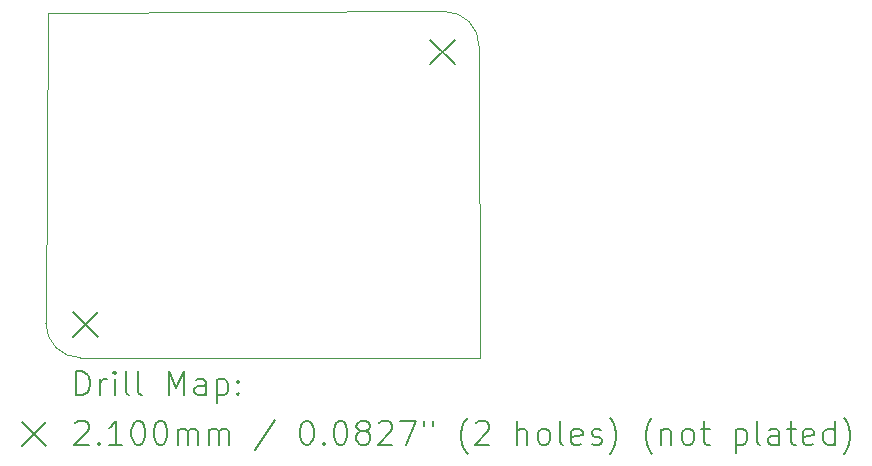
<source format=gbr>
%TF.GenerationSoftware,KiCad,Pcbnew,9.0.2*%
%TF.CreationDate,2025-07-25T22:05:17+05:30*%
%TF.ProjectId,mcu,6d63752e-6b69-4636-9164-5f7063625858,rev?*%
%TF.SameCoordinates,Original*%
%TF.FileFunction,Drillmap*%
%TF.FilePolarity,Positive*%
%FSLAX45Y45*%
G04 Gerber Fmt 4.5, Leading zero omitted, Abs format (unit mm)*
G04 Created by KiCad (PCBNEW 9.0.2) date 2025-07-25 22:05:17*
%MOMM*%
%LPD*%
G01*
G04 APERTURE LIST*
%ADD10C,0.050000*%
%ADD11C,0.200000*%
%ADD12C,0.210000*%
G04 APERTURE END LIST*
D10*
X13022500Y-12732500D02*
X9641038Y-12729505D01*
X9372925Y-9811000D02*
X12726962Y-9798495D01*
X13017950Y-10093087D02*
X13022500Y-12732500D01*
X9350047Y-12434913D02*
X9372000Y-9811000D01*
X12726962Y-9798495D02*
G75*
G02*
X13017953Y-10093087I-2J-291015D01*
G01*
X9641038Y-12729505D02*
G75*
G02*
X9350047Y-12434913I2J291015D01*
G01*
D11*
D12*
X9578000Y-12342000D02*
X9788000Y-12552000D01*
X9788000Y-12342000D02*
X9578000Y-12552000D01*
X12604000Y-10036000D02*
X12814000Y-10246000D01*
X12814000Y-10036000D02*
X12604000Y-10246000D01*
D11*
X9608302Y-13046484D02*
X9608302Y-12846484D01*
X9608302Y-12846484D02*
X9655921Y-12846484D01*
X9655921Y-12846484D02*
X9684492Y-12856008D01*
X9684492Y-12856008D02*
X9703540Y-12875056D01*
X9703540Y-12875056D02*
X9713064Y-12894103D01*
X9713064Y-12894103D02*
X9722587Y-12932198D01*
X9722587Y-12932198D02*
X9722587Y-12960770D01*
X9722587Y-12960770D02*
X9713064Y-12998865D01*
X9713064Y-12998865D02*
X9703540Y-13017913D01*
X9703540Y-13017913D02*
X9684492Y-13036960D01*
X9684492Y-13036960D02*
X9655921Y-13046484D01*
X9655921Y-13046484D02*
X9608302Y-13046484D01*
X9808302Y-13046484D02*
X9808302Y-12913151D01*
X9808302Y-12951246D02*
X9817825Y-12932198D01*
X9817825Y-12932198D02*
X9827349Y-12922675D01*
X9827349Y-12922675D02*
X9846397Y-12913151D01*
X9846397Y-12913151D02*
X9865445Y-12913151D01*
X9932111Y-13046484D02*
X9932111Y-12913151D01*
X9932111Y-12846484D02*
X9922587Y-12856008D01*
X9922587Y-12856008D02*
X9932111Y-12865532D01*
X9932111Y-12865532D02*
X9941635Y-12856008D01*
X9941635Y-12856008D02*
X9932111Y-12846484D01*
X9932111Y-12846484D02*
X9932111Y-12865532D01*
X10055921Y-13046484D02*
X10036873Y-13036960D01*
X10036873Y-13036960D02*
X10027349Y-13017913D01*
X10027349Y-13017913D02*
X10027349Y-12846484D01*
X10160683Y-13046484D02*
X10141635Y-13036960D01*
X10141635Y-13036960D02*
X10132111Y-13017913D01*
X10132111Y-13017913D02*
X10132111Y-12846484D01*
X10389254Y-13046484D02*
X10389254Y-12846484D01*
X10389254Y-12846484D02*
X10455921Y-12989341D01*
X10455921Y-12989341D02*
X10522587Y-12846484D01*
X10522587Y-12846484D02*
X10522587Y-13046484D01*
X10703540Y-13046484D02*
X10703540Y-12941722D01*
X10703540Y-12941722D02*
X10694016Y-12922675D01*
X10694016Y-12922675D02*
X10674968Y-12913151D01*
X10674968Y-12913151D02*
X10636873Y-12913151D01*
X10636873Y-12913151D02*
X10617825Y-12922675D01*
X10703540Y-13036960D02*
X10684492Y-13046484D01*
X10684492Y-13046484D02*
X10636873Y-13046484D01*
X10636873Y-13046484D02*
X10617825Y-13036960D01*
X10617825Y-13036960D02*
X10608302Y-13017913D01*
X10608302Y-13017913D02*
X10608302Y-12998865D01*
X10608302Y-12998865D02*
X10617825Y-12979818D01*
X10617825Y-12979818D02*
X10636873Y-12970294D01*
X10636873Y-12970294D02*
X10684492Y-12970294D01*
X10684492Y-12970294D02*
X10703540Y-12960770D01*
X10798778Y-12913151D02*
X10798778Y-13113151D01*
X10798778Y-12922675D02*
X10817825Y-12913151D01*
X10817825Y-12913151D02*
X10855921Y-12913151D01*
X10855921Y-12913151D02*
X10874968Y-12922675D01*
X10874968Y-12922675D02*
X10884492Y-12932198D01*
X10884492Y-12932198D02*
X10894016Y-12951246D01*
X10894016Y-12951246D02*
X10894016Y-13008389D01*
X10894016Y-13008389D02*
X10884492Y-13027437D01*
X10884492Y-13027437D02*
X10874968Y-13036960D01*
X10874968Y-13036960D02*
X10855921Y-13046484D01*
X10855921Y-13046484D02*
X10817825Y-13046484D01*
X10817825Y-13046484D02*
X10798778Y-13036960D01*
X10979730Y-13027437D02*
X10989254Y-13036960D01*
X10989254Y-13036960D02*
X10979730Y-13046484D01*
X10979730Y-13046484D02*
X10970206Y-13036960D01*
X10970206Y-13036960D02*
X10979730Y-13027437D01*
X10979730Y-13027437D02*
X10979730Y-13046484D01*
X10979730Y-12922675D02*
X10989254Y-12932198D01*
X10989254Y-12932198D02*
X10979730Y-12941722D01*
X10979730Y-12941722D02*
X10970206Y-12932198D01*
X10970206Y-12932198D02*
X10979730Y-12922675D01*
X10979730Y-12922675D02*
X10979730Y-12941722D01*
X9147525Y-13275000D02*
X9347525Y-13475000D01*
X9347525Y-13275000D02*
X9147525Y-13475000D01*
X9598778Y-13285532D02*
X9608302Y-13276008D01*
X9608302Y-13276008D02*
X9627349Y-13266484D01*
X9627349Y-13266484D02*
X9674968Y-13266484D01*
X9674968Y-13266484D02*
X9694016Y-13276008D01*
X9694016Y-13276008D02*
X9703540Y-13285532D01*
X9703540Y-13285532D02*
X9713064Y-13304579D01*
X9713064Y-13304579D02*
X9713064Y-13323627D01*
X9713064Y-13323627D02*
X9703540Y-13352198D01*
X9703540Y-13352198D02*
X9589254Y-13466484D01*
X9589254Y-13466484D02*
X9713064Y-13466484D01*
X9798778Y-13447437D02*
X9808302Y-13456960D01*
X9808302Y-13456960D02*
X9798778Y-13466484D01*
X9798778Y-13466484D02*
X9789254Y-13456960D01*
X9789254Y-13456960D02*
X9798778Y-13447437D01*
X9798778Y-13447437D02*
X9798778Y-13466484D01*
X9998778Y-13466484D02*
X9884492Y-13466484D01*
X9941635Y-13466484D02*
X9941635Y-13266484D01*
X9941635Y-13266484D02*
X9922587Y-13295056D01*
X9922587Y-13295056D02*
X9903540Y-13314103D01*
X9903540Y-13314103D02*
X9884492Y-13323627D01*
X10122587Y-13266484D02*
X10141635Y-13266484D01*
X10141635Y-13266484D02*
X10160683Y-13276008D01*
X10160683Y-13276008D02*
X10170206Y-13285532D01*
X10170206Y-13285532D02*
X10179730Y-13304579D01*
X10179730Y-13304579D02*
X10189254Y-13342675D01*
X10189254Y-13342675D02*
X10189254Y-13390294D01*
X10189254Y-13390294D02*
X10179730Y-13428389D01*
X10179730Y-13428389D02*
X10170206Y-13447437D01*
X10170206Y-13447437D02*
X10160683Y-13456960D01*
X10160683Y-13456960D02*
X10141635Y-13466484D01*
X10141635Y-13466484D02*
X10122587Y-13466484D01*
X10122587Y-13466484D02*
X10103540Y-13456960D01*
X10103540Y-13456960D02*
X10094016Y-13447437D01*
X10094016Y-13447437D02*
X10084492Y-13428389D01*
X10084492Y-13428389D02*
X10074968Y-13390294D01*
X10074968Y-13390294D02*
X10074968Y-13342675D01*
X10074968Y-13342675D02*
X10084492Y-13304579D01*
X10084492Y-13304579D02*
X10094016Y-13285532D01*
X10094016Y-13285532D02*
X10103540Y-13276008D01*
X10103540Y-13276008D02*
X10122587Y-13266484D01*
X10313064Y-13266484D02*
X10332111Y-13266484D01*
X10332111Y-13266484D02*
X10351159Y-13276008D01*
X10351159Y-13276008D02*
X10360683Y-13285532D01*
X10360683Y-13285532D02*
X10370206Y-13304579D01*
X10370206Y-13304579D02*
X10379730Y-13342675D01*
X10379730Y-13342675D02*
X10379730Y-13390294D01*
X10379730Y-13390294D02*
X10370206Y-13428389D01*
X10370206Y-13428389D02*
X10360683Y-13447437D01*
X10360683Y-13447437D02*
X10351159Y-13456960D01*
X10351159Y-13456960D02*
X10332111Y-13466484D01*
X10332111Y-13466484D02*
X10313064Y-13466484D01*
X10313064Y-13466484D02*
X10294016Y-13456960D01*
X10294016Y-13456960D02*
X10284492Y-13447437D01*
X10284492Y-13447437D02*
X10274968Y-13428389D01*
X10274968Y-13428389D02*
X10265445Y-13390294D01*
X10265445Y-13390294D02*
X10265445Y-13342675D01*
X10265445Y-13342675D02*
X10274968Y-13304579D01*
X10274968Y-13304579D02*
X10284492Y-13285532D01*
X10284492Y-13285532D02*
X10294016Y-13276008D01*
X10294016Y-13276008D02*
X10313064Y-13266484D01*
X10465445Y-13466484D02*
X10465445Y-13333151D01*
X10465445Y-13352198D02*
X10474968Y-13342675D01*
X10474968Y-13342675D02*
X10494016Y-13333151D01*
X10494016Y-13333151D02*
X10522587Y-13333151D01*
X10522587Y-13333151D02*
X10541635Y-13342675D01*
X10541635Y-13342675D02*
X10551159Y-13361722D01*
X10551159Y-13361722D02*
X10551159Y-13466484D01*
X10551159Y-13361722D02*
X10560683Y-13342675D01*
X10560683Y-13342675D02*
X10579730Y-13333151D01*
X10579730Y-13333151D02*
X10608302Y-13333151D01*
X10608302Y-13333151D02*
X10627349Y-13342675D01*
X10627349Y-13342675D02*
X10636873Y-13361722D01*
X10636873Y-13361722D02*
X10636873Y-13466484D01*
X10732111Y-13466484D02*
X10732111Y-13333151D01*
X10732111Y-13352198D02*
X10741635Y-13342675D01*
X10741635Y-13342675D02*
X10760683Y-13333151D01*
X10760683Y-13333151D02*
X10789254Y-13333151D01*
X10789254Y-13333151D02*
X10808302Y-13342675D01*
X10808302Y-13342675D02*
X10817826Y-13361722D01*
X10817826Y-13361722D02*
X10817826Y-13466484D01*
X10817826Y-13361722D02*
X10827349Y-13342675D01*
X10827349Y-13342675D02*
X10846397Y-13333151D01*
X10846397Y-13333151D02*
X10874968Y-13333151D01*
X10874968Y-13333151D02*
X10894016Y-13342675D01*
X10894016Y-13342675D02*
X10903540Y-13361722D01*
X10903540Y-13361722D02*
X10903540Y-13466484D01*
X11294016Y-13256960D02*
X11122588Y-13514103D01*
X11551159Y-13266484D02*
X11570207Y-13266484D01*
X11570207Y-13266484D02*
X11589254Y-13276008D01*
X11589254Y-13276008D02*
X11598778Y-13285532D01*
X11598778Y-13285532D02*
X11608302Y-13304579D01*
X11608302Y-13304579D02*
X11617826Y-13342675D01*
X11617826Y-13342675D02*
X11617826Y-13390294D01*
X11617826Y-13390294D02*
X11608302Y-13428389D01*
X11608302Y-13428389D02*
X11598778Y-13447437D01*
X11598778Y-13447437D02*
X11589254Y-13456960D01*
X11589254Y-13456960D02*
X11570207Y-13466484D01*
X11570207Y-13466484D02*
X11551159Y-13466484D01*
X11551159Y-13466484D02*
X11532111Y-13456960D01*
X11532111Y-13456960D02*
X11522587Y-13447437D01*
X11522587Y-13447437D02*
X11513064Y-13428389D01*
X11513064Y-13428389D02*
X11503540Y-13390294D01*
X11503540Y-13390294D02*
X11503540Y-13342675D01*
X11503540Y-13342675D02*
X11513064Y-13304579D01*
X11513064Y-13304579D02*
X11522587Y-13285532D01*
X11522587Y-13285532D02*
X11532111Y-13276008D01*
X11532111Y-13276008D02*
X11551159Y-13266484D01*
X11703540Y-13447437D02*
X11713064Y-13456960D01*
X11713064Y-13456960D02*
X11703540Y-13466484D01*
X11703540Y-13466484D02*
X11694016Y-13456960D01*
X11694016Y-13456960D02*
X11703540Y-13447437D01*
X11703540Y-13447437D02*
X11703540Y-13466484D01*
X11836873Y-13266484D02*
X11855921Y-13266484D01*
X11855921Y-13266484D02*
X11874968Y-13276008D01*
X11874968Y-13276008D02*
X11884492Y-13285532D01*
X11884492Y-13285532D02*
X11894016Y-13304579D01*
X11894016Y-13304579D02*
X11903540Y-13342675D01*
X11903540Y-13342675D02*
X11903540Y-13390294D01*
X11903540Y-13390294D02*
X11894016Y-13428389D01*
X11894016Y-13428389D02*
X11884492Y-13447437D01*
X11884492Y-13447437D02*
X11874968Y-13456960D01*
X11874968Y-13456960D02*
X11855921Y-13466484D01*
X11855921Y-13466484D02*
X11836873Y-13466484D01*
X11836873Y-13466484D02*
X11817826Y-13456960D01*
X11817826Y-13456960D02*
X11808302Y-13447437D01*
X11808302Y-13447437D02*
X11798778Y-13428389D01*
X11798778Y-13428389D02*
X11789254Y-13390294D01*
X11789254Y-13390294D02*
X11789254Y-13342675D01*
X11789254Y-13342675D02*
X11798778Y-13304579D01*
X11798778Y-13304579D02*
X11808302Y-13285532D01*
X11808302Y-13285532D02*
X11817826Y-13276008D01*
X11817826Y-13276008D02*
X11836873Y-13266484D01*
X12017826Y-13352198D02*
X11998778Y-13342675D01*
X11998778Y-13342675D02*
X11989254Y-13333151D01*
X11989254Y-13333151D02*
X11979730Y-13314103D01*
X11979730Y-13314103D02*
X11979730Y-13304579D01*
X11979730Y-13304579D02*
X11989254Y-13285532D01*
X11989254Y-13285532D02*
X11998778Y-13276008D01*
X11998778Y-13276008D02*
X12017826Y-13266484D01*
X12017826Y-13266484D02*
X12055921Y-13266484D01*
X12055921Y-13266484D02*
X12074968Y-13276008D01*
X12074968Y-13276008D02*
X12084492Y-13285532D01*
X12084492Y-13285532D02*
X12094016Y-13304579D01*
X12094016Y-13304579D02*
X12094016Y-13314103D01*
X12094016Y-13314103D02*
X12084492Y-13333151D01*
X12084492Y-13333151D02*
X12074968Y-13342675D01*
X12074968Y-13342675D02*
X12055921Y-13352198D01*
X12055921Y-13352198D02*
X12017826Y-13352198D01*
X12017826Y-13352198D02*
X11998778Y-13361722D01*
X11998778Y-13361722D02*
X11989254Y-13371246D01*
X11989254Y-13371246D02*
X11979730Y-13390294D01*
X11979730Y-13390294D02*
X11979730Y-13428389D01*
X11979730Y-13428389D02*
X11989254Y-13447437D01*
X11989254Y-13447437D02*
X11998778Y-13456960D01*
X11998778Y-13456960D02*
X12017826Y-13466484D01*
X12017826Y-13466484D02*
X12055921Y-13466484D01*
X12055921Y-13466484D02*
X12074968Y-13456960D01*
X12074968Y-13456960D02*
X12084492Y-13447437D01*
X12084492Y-13447437D02*
X12094016Y-13428389D01*
X12094016Y-13428389D02*
X12094016Y-13390294D01*
X12094016Y-13390294D02*
X12084492Y-13371246D01*
X12084492Y-13371246D02*
X12074968Y-13361722D01*
X12074968Y-13361722D02*
X12055921Y-13352198D01*
X12170207Y-13285532D02*
X12179730Y-13276008D01*
X12179730Y-13276008D02*
X12198778Y-13266484D01*
X12198778Y-13266484D02*
X12246397Y-13266484D01*
X12246397Y-13266484D02*
X12265445Y-13276008D01*
X12265445Y-13276008D02*
X12274968Y-13285532D01*
X12274968Y-13285532D02*
X12284492Y-13304579D01*
X12284492Y-13304579D02*
X12284492Y-13323627D01*
X12284492Y-13323627D02*
X12274968Y-13352198D01*
X12274968Y-13352198D02*
X12160683Y-13466484D01*
X12160683Y-13466484D02*
X12284492Y-13466484D01*
X12351159Y-13266484D02*
X12484492Y-13266484D01*
X12484492Y-13266484D02*
X12398778Y-13466484D01*
X12551159Y-13266484D02*
X12551159Y-13304579D01*
X12627349Y-13266484D02*
X12627349Y-13304579D01*
X12922588Y-13542675D02*
X12913064Y-13533151D01*
X12913064Y-13533151D02*
X12894016Y-13504579D01*
X12894016Y-13504579D02*
X12884492Y-13485532D01*
X12884492Y-13485532D02*
X12874969Y-13456960D01*
X12874969Y-13456960D02*
X12865445Y-13409341D01*
X12865445Y-13409341D02*
X12865445Y-13371246D01*
X12865445Y-13371246D02*
X12874969Y-13323627D01*
X12874969Y-13323627D02*
X12884492Y-13295056D01*
X12884492Y-13295056D02*
X12894016Y-13276008D01*
X12894016Y-13276008D02*
X12913064Y-13247437D01*
X12913064Y-13247437D02*
X12922588Y-13237913D01*
X12989254Y-13285532D02*
X12998778Y-13276008D01*
X12998778Y-13276008D02*
X13017826Y-13266484D01*
X13017826Y-13266484D02*
X13065445Y-13266484D01*
X13065445Y-13266484D02*
X13084492Y-13276008D01*
X13084492Y-13276008D02*
X13094016Y-13285532D01*
X13094016Y-13285532D02*
X13103540Y-13304579D01*
X13103540Y-13304579D02*
X13103540Y-13323627D01*
X13103540Y-13323627D02*
X13094016Y-13352198D01*
X13094016Y-13352198D02*
X12979730Y-13466484D01*
X12979730Y-13466484D02*
X13103540Y-13466484D01*
X13341635Y-13466484D02*
X13341635Y-13266484D01*
X13427350Y-13466484D02*
X13427350Y-13361722D01*
X13427350Y-13361722D02*
X13417826Y-13342675D01*
X13417826Y-13342675D02*
X13398778Y-13333151D01*
X13398778Y-13333151D02*
X13370207Y-13333151D01*
X13370207Y-13333151D02*
X13351159Y-13342675D01*
X13351159Y-13342675D02*
X13341635Y-13352198D01*
X13551159Y-13466484D02*
X13532111Y-13456960D01*
X13532111Y-13456960D02*
X13522588Y-13447437D01*
X13522588Y-13447437D02*
X13513064Y-13428389D01*
X13513064Y-13428389D02*
X13513064Y-13371246D01*
X13513064Y-13371246D02*
X13522588Y-13352198D01*
X13522588Y-13352198D02*
X13532111Y-13342675D01*
X13532111Y-13342675D02*
X13551159Y-13333151D01*
X13551159Y-13333151D02*
X13579731Y-13333151D01*
X13579731Y-13333151D02*
X13598778Y-13342675D01*
X13598778Y-13342675D02*
X13608302Y-13352198D01*
X13608302Y-13352198D02*
X13617826Y-13371246D01*
X13617826Y-13371246D02*
X13617826Y-13428389D01*
X13617826Y-13428389D02*
X13608302Y-13447437D01*
X13608302Y-13447437D02*
X13598778Y-13456960D01*
X13598778Y-13456960D02*
X13579731Y-13466484D01*
X13579731Y-13466484D02*
X13551159Y-13466484D01*
X13732111Y-13466484D02*
X13713064Y-13456960D01*
X13713064Y-13456960D02*
X13703540Y-13437913D01*
X13703540Y-13437913D02*
X13703540Y-13266484D01*
X13884492Y-13456960D02*
X13865445Y-13466484D01*
X13865445Y-13466484D02*
X13827350Y-13466484D01*
X13827350Y-13466484D02*
X13808302Y-13456960D01*
X13808302Y-13456960D02*
X13798778Y-13437913D01*
X13798778Y-13437913D02*
X13798778Y-13361722D01*
X13798778Y-13361722D02*
X13808302Y-13342675D01*
X13808302Y-13342675D02*
X13827350Y-13333151D01*
X13827350Y-13333151D02*
X13865445Y-13333151D01*
X13865445Y-13333151D02*
X13884492Y-13342675D01*
X13884492Y-13342675D02*
X13894016Y-13361722D01*
X13894016Y-13361722D02*
X13894016Y-13380770D01*
X13894016Y-13380770D02*
X13798778Y-13399818D01*
X13970207Y-13456960D02*
X13989254Y-13466484D01*
X13989254Y-13466484D02*
X14027350Y-13466484D01*
X14027350Y-13466484D02*
X14046397Y-13456960D01*
X14046397Y-13456960D02*
X14055921Y-13437913D01*
X14055921Y-13437913D02*
X14055921Y-13428389D01*
X14055921Y-13428389D02*
X14046397Y-13409341D01*
X14046397Y-13409341D02*
X14027350Y-13399818D01*
X14027350Y-13399818D02*
X13998778Y-13399818D01*
X13998778Y-13399818D02*
X13979731Y-13390294D01*
X13979731Y-13390294D02*
X13970207Y-13371246D01*
X13970207Y-13371246D02*
X13970207Y-13361722D01*
X13970207Y-13361722D02*
X13979731Y-13342675D01*
X13979731Y-13342675D02*
X13998778Y-13333151D01*
X13998778Y-13333151D02*
X14027350Y-13333151D01*
X14027350Y-13333151D02*
X14046397Y-13342675D01*
X14122588Y-13542675D02*
X14132112Y-13533151D01*
X14132112Y-13533151D02*
X14151159Y-13504579D01*
X14151159Y-13504579D02*
X14160683Y-13485532D01*
X14160683Y-13485532D02*
X14170207Y-13456960D01*
X14170207Y-13456960D02*
X14179731Y-13409341D01*
X14179731Y-13409341D02*
X14179731Y-13371246D01*
X14179731Y-13371246D02*
X14170207Y-13323627D01*
X14170207Y-13323627D02*
X14160683Y-13295056D01*
X14160683Y-13295056D02*
X14151159Y-13276008D01*
X14151159Y-13276008D02*
X14132112Y-13247437D01*
X14132112Y-13247437D02*
X14122588Y-13237913D01*
X14484493Y-13542675D02*
X14474969Y-13533151D01*
X14474969Y-13533151D02*
X14455921Y-13504579D01*
X14455921Y-13504579D02*
X14446397Y-13485532D01*
X14446397Y-13485532D02*
X14436873Y-13456960D01*
X14436873Y-13456960D02*
X14427350Y-13409341D01*
X14427350Y-13409341D02*
X14427350Y-13371246D01*
X14427350Y-13371246D02*
X14436873Y-13323627D01*
X14436873Y-13323627D02*
X14446397Y-13295056D01*
X14446397Y-13295056D02*
X14455921Y-13276008D01*
X14455921Y-13276008D02*
X14474969Y-13247437D01*
X14474969Y-13247437D02*
X14484493Y-13237913D01*
X14560683Y-13333151D02*
X14560683Y-13466484D01*
X14560683Y-13352198D02*
X14570207Y-13342675D01*
X14570207Y-13342675D02*
X14589254Y-13333151D01*
X14589254Y-13333151D02*
X14617826Y-13333151D01*
X14617826Y-13333151D02*
X14636873Y-13342675D01*
X14636873Y-13342675D02*
X14646397Y-13361722D01*
X14646397Y-13361722D02*
X14646397Y-13466484D01*
X14770207Y-13466484D02*
X14751159Y-13456960D01*
X14751159Y-13456960D02*
X14741635Y-13447437D01*
X14741635Y-13447437D02*
X14732112Y-13428389D01*
X14732112Y-13428389D02*
X14732112Y-13371246D01*
X14732112Y-13371246D02*
X14741635Y-13352198D01*
X14741635Y-13352198D02*
X14751159Y-13342675D01*
X14751159Y-13342675D02*
X14770207Y-13333151D01*
X14770207Y-13333151D02*
X14798778Y-13333151D01*
X14798778Y-13333151D02*
X14817826Y-13342675D01*
X14817826Y-13342675D02*
X14827350Y-13352198D01*
X14827350Y-13352198D02*
X14836873Y-13371246D01*
X14836873Y-13371246D02*
X14836873Y-13428389D01*
X14836873Y-13428389D02*
X14827350Y-13447437D01*
X14827350Y-13447437D02*
X14817826Y-13456960D01*
X14817826Y-13456960D02*
X14798778Y-13466484D01*
X14798778Y-13466484D02*
X14770207Y-13466484D01*
X14894016Y-13333151D02*
X14970207Y-13333151D01*
X14922588Y-13266484D02*
X14922588Y-13437913D01*
X14922588Y-13437913D02*
X14932112Y-13456960D01*
X14932112Y-13456960D02*
X14951159Y-13466484D01*
X14951159Y-13466484D02*
X14970207Y-13466484D01*
X15189254Y-13333151D02*
X15189254Y-13533151D01*
X15189254Y-13342675D02*
X15208302Y-13333151D01*
X15208302Y-13333151D02*
X15246397Y-13333151D01*
X15246397Y-13333151D02*
X15265445Y-13342675D01*
X15265445Y-13342675D02*
X15274969Y-13352198D01*
X15274969Y-13352198D02*
X15284493Y-13371246D01*
X15284493Y-13371246D02*
X15284493Y-13428389D01*
X15284493Y-13428389D02*
X15274969Y-13447437D01*
X15274969Y-13447437D02*
X15265445Y-13456960D01*
X15265445Y-13456960D02*
X15246397Y-13466484D01*
X15246397Y-13466484D02*
X15208302Y-13466484D01*
X15208302Y-13466484D02*
X15189254Y-13456960D01*
X15398778Y-13466484D02*
X15379731Y-13456960D01*
X15379731Y-13456960D02*
X15370207Y-13437913D01*
X15370207Y-13437913D02*
X15370207Y-13266484D01*
X15560683Y-13466484D02*
X15560683Y-13361722D01*
X15560683Y-13361722D02*
X15551159Y-13342675D01*
X15551159Y-13342675D02*
X15532112Y-13333151D01*
X15532112Y-13333151D02*
X15494016Y-13333151D01*
X15494016Y-13333151D02*
X15474969Y-13342675D01*
X15560683Y-13456960D02*
X15541635Y-13466484D01*
X15541635Y-13466484D02*
X15494016Y-13466484D01*
X15494016Y-13466484D02*
X15474969Y-13456960D01*
X15474969Y-13456960D02*
X15465445Y-13437913D01*
X15465445Y-13437913D02*
X15465445Y-13418865D01*
X15465445Y-13418865D02*
X15474969Y-13399818D01*
X15474969Y-13399818D02*
X15494016Y-13390294D01*
X15494016Y-13390294D02*
X15541635Y-13390294D01*
X15541635Y-13390294D02*
X15560683Y-13380770D01*
X15627350Y-13333151D02*
X15703540Y-13333151D01*
X15655921Y-13266484D02*
X15655921Y-13437913D01*
X15655921Y-13437913D02*
X15665445Y-13456960D01*
X15665445Y-13456960D02*
X15684493Y-13466484D01*
X15684493Y-13466484D02*
X15703540Y-13466484D01*
X15846397Y-13456960D02*
X15827350Y-13466484D01*
X15827350Y-13466484D02*
X15789254Y-13466484D01*
X15789254Y-13466484D02*
X15770207Y-13456960D01*
X15770207Y-13456960D02*
X15760683Y-13437913D01*
X15760683Y-13437913D02*
X15760683Y-13361722D01*
X15760683Y-13361722D02*
X15770207Y-13342675D01*
X15770207Y-13342675D02*
X15789254Y-13333151D01*
X15789254Y-13333151D02*
X15827350Y-13333151D01*
X15827350Y-13333151D02*
X15846397Y-13342675D01*
X15846397Y-13342675D02*
X15855921Y-13361722D01*
X15855921Y-13361722D02*
X15855921Y-13380770D01*
X15855921Y-13380770D02*
X15760683Y-13399818D01*
X16027350Y-13466484D02*
X16027350Y-13266484D01*
X16027350Y-13456960D02*
X16008302Y-13466484D01*
X16008302Y-13466484D02*
X15970207Y-13466484D01*
X15970207Y-13466484D02*
X15951159Y-13456960D01*
X15951159Y-13456960D02*
X15941635Y-13447437D01*
X15941635Y-13447437D02*
X15932112Y-13428389D01*
X15932112Y-13428389D02*
X15932112Y-13371246D01*
X15932112Y-13371246D02*
X15941635Y-13352198D01*
X15941635Y-13352198D02*
X15951159Y-13342675D01*
X15951159Y-13342675D02*
X15970207Y-13333151D01*
X15970207Y-13333151D02*
X16008302Y-13333151D01*
X16008302Y-13333151D02*
X16027350Y-13342675D01*
X16103540Y-13542675D02*
X16113064Y-13533151D01*
X16113064Y-13533151D02*
X16132112Y-13504579D01*
X16132112Y-13504579D02*
X16141635Y-13485532D01*
X16141635Y-13485532D02*
X16151159Y-13456960D01*
X16151159Y-13456960D02*
X16160683Y-13409341D01*
X16160683Y-13409341D02*
X16160683Y-13371246D01*
X16160683Y-13371246D02*
X16151159Y-13323627D01*
X16151159Y-13323627D02*
X16141635Y-13295056D01*
X16141635Y-13295056D02*
X16132112Y-13276008D01*
X16132112Y-13276008D02*
X16113064Y-13247437D01*
X16113064Y-13247437D02*
X16103540Y-13237913D01*
M02*

</source>
